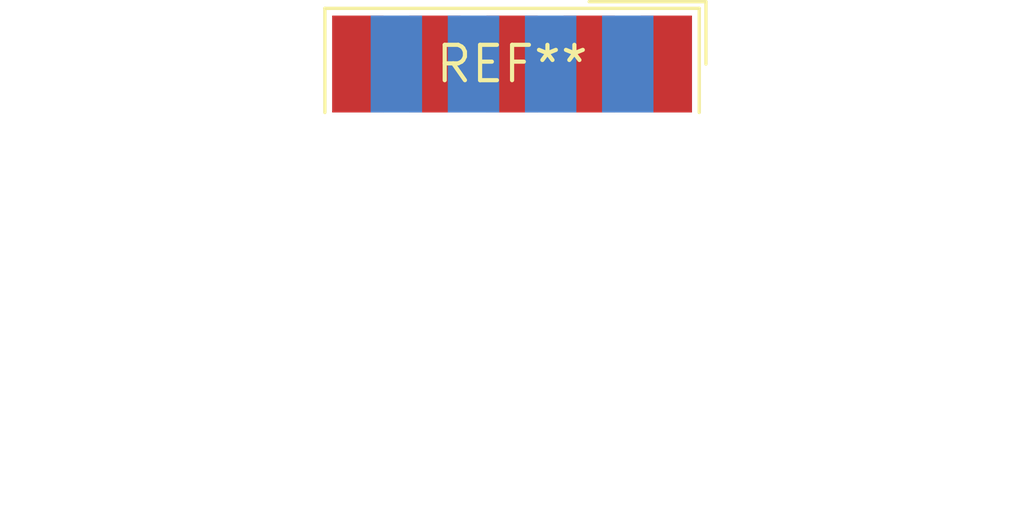
<source format=kicad_pcb>
(kicad_pcb (version 20240108) (generator pcbnew)
  (layers (0 "F.Cu" signal) (31 "B.Cu" signal) (34 "B.Paste" user) (35 "F.Paste" user) (36 "B.SilkS" user "B.Silkscreen") (37 "F.SilkS" user "F.Silkscreen") (38 "B.Mask" user) (39 "F.Mask" user) (44 "Edge.Cuts" user))
  (net 0 "")
  (footprint "DSUB-9_Female_EdgeMount_P2.77mm" (layer "F.Cu") (at 0 0)
    (property "Reference" "REF**")
    (property "Value" "DSUB-9_Female_EdgeMount_P2.77mm")
    (fp_line (start -6.723333 -2) (end -6.723333 1.74) (layer "F.SilkS") (stroke (width 0.12)))
    (fp_line (start 6.723333 -2) (end -6.723333 -2) (layer "F.SilkS") (stroke (width 0.12)))
    (fp_line (start 6.723333 1.74) (end 6.723333 -2) (layer "F.SilkS") (stroke (width 0.12)))
    (fp_line (start 6.963333 -2.24) (end 2.77 -2.24) (layer "F.SilkS") (stroke (width 0.12)))
    (fp_line (start 6.963333 0) (end 6.963333 -2.24) (layer "F.SilkS") (stroke (width 0.12)))
    (pad "1" smd rect (at 5.54 0) (size 1.846667 3.48) (layers "F.Cu" "F.Paste" "F.Mask"))
    (pad "2" smd rect (at 2.77 0) (size 1.846667 3.48) (layers "F.Cu" "F.Paste" "F.Mask"))
    (pad "3" smd rect (at 0 0) (size 1.846667 3.48) (layers "F.Cu" "F.Paste" "F.Mask"))
    (pad "4" smd rect (at -2.77 0) (size 1.846667 3.48) (layers "F.Cu" "F.Paste" "F.Mask"))
    (pad "5" smd rect (at -5.54 0) (size 1.846667 3.48) (layers "F.Cu" "F.Paste" "F.Mask"))
    (pad "6" smd rect (at 4.155 0) (size 1.846667 3.48) (layers "B.Cu" "B.Paste" "B.Mask"))
    (pad "7" smd rect (at 1.385 0) (size 1.846667 3.48) (layers "B.Cu" "B.Paste" "B.Mask"))
    (pad "8" smd rect (at -1.385 0) (size 1.846667 3.48) (layers "B.Cu" "B.Paste" "B.Mask"))
    (pad "9" smd rect (at -4.155 0) (size 1.846667 3.48) (layers "B.Cu" "B.Paste" "B.Mask"))
  )
)
</source>
